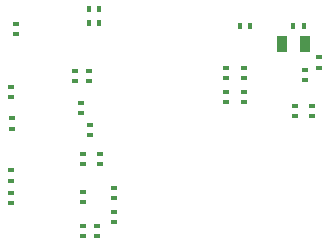
<source format=gbp>
G04*
G04 #@! TF.GenerationSoftware,Altium Limited,Altium Designer,24.6.1 (21)*
G04*
G04 Layer_Color=128*
%FSLAX25Y25*%
%MOIN*%
G70*
G04*
G04 #@! TF.SameCoordinates,71A63A80-48C0-4A26-A8B6-F104E5BC9168*
G04*
G04*
G04 #@! TF.FilePolarity,Positive*
G04*
G01*
G75*
%ADD20R,0.02165X0.01378*%
%ADD27R,0.01378X0.02165*%
%ADD73R,0.03347X0.05315*%
D20*
X61811Y199882D02*
D03*
Y203268D02*
D03*
X94488Y137284D02*
D03*
Y140669D02*
D03*
X89764Y156575D02*
D03*
Y159961D02*
D03*
X86221Y187520D02*
D03*
Y184134D02*
D03*
X131988Y177264D02*
D03*
Y180650D02*
D03*
X94488Y145158D02*
D03*
Y148543D02*
D03*
X137795Y180630D02*
D03*
Y177244D02*
D03*
X81496Y184134D02*
D03*
Y187520D02*
D03*
X60236Y151063D02*
D03*
Y154449D02*
D03*
Y143583D02*
D03*
Y146968D02*
D03*
X88976Y132559D02*
D03*
Y135945D02*
D03*
X84252D02*
D03*
Y132559D02*
D03*
Y143976D02*
D03*
Y147362D02*
D03*
X86614Y166142D02*
D03*
Y169527D02*
D03*
X84252Y159961D02*
D03*
Y156575D02*
D03*
X60630Y168386D02*
D03*
Y171772D02*
D03*
X83465Y176890D02*
D03*
Y173504D02*
D03*
X60236Y179016D02*
D03*
Y182402D02*
D03*
X162992Y192126D02*
D03*
Y188740D02*
D03*
X158169Y184626D02*
D03*
Y188012D02*
D03*
X160531Y172520D02*
D03*
Y175906D02*
D03*
X131890Y185315D02*
D03*
Y188701D02*
D03*
X137795Y185315D02*
D03*
Y188701D02*
D03*
X155020Y172520D02*
D03*
Y175906D02*
D03*
D27*
X89488Y203543D02*
D03*
X86102D02*
D03*
X89488Y208268D02*
D03*
X86102D02*
D03*
X154331Y202756D02*
D03*
X157717D02*
D03*
X139882D02*
D03*
X136496D02*
D03*
D73*
X158189Y196457D02*
D03*
X150472D02*
D03*
M02*

</source>
